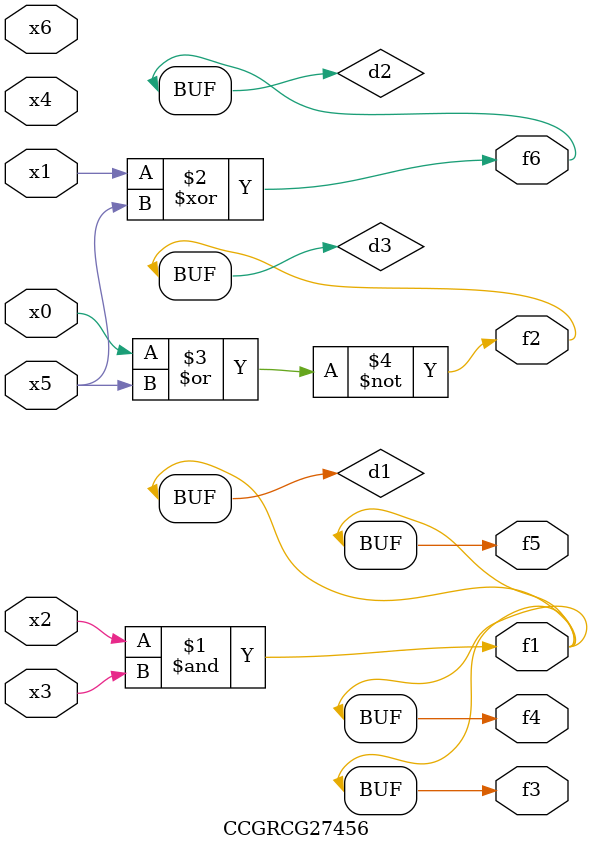
<source format=v>
module CCGRCG27456(
	input x0, x1, x2, x3, x4, x5, x6,
	output f1, f2, f3, f4, f5, f6
);

	wire d1, d2, d3;

	and (d1, x2, x3);
	xor (d2, x1, x5);
	nor (d3, x0, x5);
	assign f1 = d1;
	assign f2 = d3;
	assign f3 = d1;
	assign f4 = d1;
	assign f5 = d1;
	assign f6 = d2;
endmodule

</source>
